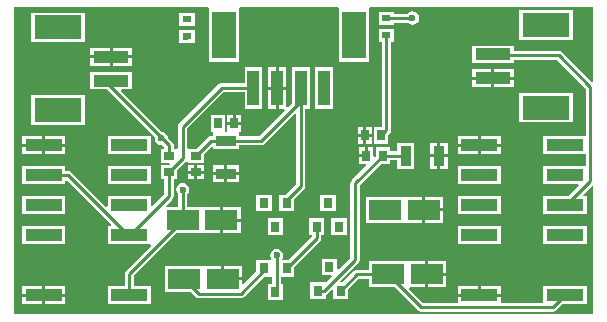
<source format=gtl>
G04*
G04 #@! TF.GenerationSoftware,Altium Limited,Altium Designer,19.0.12 (326)*
G04*
G04 Layer_Physical_Order=1*
G04 Layer_Color=255*
%FSLAX25Y25*%
%MOIN*%
G70*
G01*
G75*
%ADD15C,0.01000*%
%ADD29R,0.03150X0.02362*%
%ADD30R,0.15748X0.07874*%
%ADD31R,0.11811X0.03937*%
%ADD32R,0.02756X0.03543*%
%ADD33R,0.12441X0.03937*%
%ADD34R,0.03740X0.06693*%
%ADD35R,0.11024X0.06693*%
%ADD36R,0.03150X0.03543*%
%ADD37R,0.03543X0.02756*%
%ADD38R,0.03937X0.11811*%
%ADD39R,0.07874X0.15748*%
%ADD40R,0.06693X0.03740*%
%ADD41C,0.02362*%
G36*
X535433Y306100D02*
X534971Y305908D01*
X525144Y315735D01*
X524648Y316067D01*
X524063Y316183D01*
X508874D01*
Y317929D01*
X495062D01*
Y311992D01*
X508874D01*
Y313124D01*
X523429D01*
X532971Y303583D01*
Y287685D01*
X518780D01*
Y281748D01*
X532971D01*
Y277685D01*
X518780D01*
Y271748D01*
X530526D01*
X530717Y271286D01*
X527116Y267685D01*
X518780D01*
Y261748D01*
X533220D01*
Y267685D01*
X532095D01*
X531904Y268147D01*
X534971Y271215D01*
X535433Y271023D01*
Y228346D01*
X342520D01*
Y330709D01*
X407095D01*
X407409Y330339D01*
X407409Y330209D01*
Y312591D01*
X417283D01*
Y330209D01*
X417283Y330339D01*
X417596Y330709D01*
X450403D01*
X450717Y330339D01*
X450717Y330209D01*
Y312591D01*
X460591D01*
Y330209D01*
X460591Y330339D01*
X460905Y330709D01*
X535433D01*
Y306100D01*
D02*
G37*
%LPC*%
G36*
X475146Y329295D02*
X474295Y329125D01*
X473573Y328643D01*
X473544Y328600D01*
X469075D01*
Y329252D01*
X463925D01*
Y324890D01*
X469075D01*
Y325541D01*
X473544D01*
X473573Y325498D01*
X474295Y325016D01*
X475146Y324847D01*
X475997Y325016D01*
X476718Y325498D01*
X477200Y326220D01*
X477369Y327071D01*
X477200Y327922D01*
X476718Y328643D01*
X475997Y329125D01*
X475146Y329295D01*
D02*
G37*
G36*
X399606Y328940D02*
X399392Y328898D01*
X397425D01*
Y326931D01*
X397382Y326716D01*
X397425Y326502D01*
Y324535D01*
X399392D01*
X399606Y324493D01*
X399821Y324535D01*
X402575D01*
Y328898D01*
X399821D01*
X399606Y328940D01*
D02*
G37*
G36*
X528559Y329741D02*
X510811D01*
Y319867D01*
X528559D01*
Y329741D01*
D02*
G37*
G36*
X365874Y328937D02*
X348126D01*
Y319063D01*
X365874D01*
Y328937D01*
D02*
G37*
G36*
X402575Y323189D02*
X397425D01*
Y321081D01*
X397382Y320866D01*
X397425Y320651D01*
Y318827D01*
X398733D01*
X398755Y318812D01*
X399606Y318642D01*
X400457Y318812D01*
X400480Y318827D01*
X402575D01*
Y323189D01*
D02*
G37*
G36*
X381623Y317126D02*
X375217D01*
Y314657D01*
X381623D01*
Y317126D01*
D02*
G37*
G36*
X374217D02*
X367811D01*
Y314657D01*
X374217D01*
Y317126D01*
D02*
G37*
G36*
X381623Y313657D02*
X375217D01*
Y311189D01*
X381623D01*
Y313657D01*
D02*
G37*
G36*
X374217D02*
X367811D01*
Y311189D01*
X374217D01*
Y313657D01*
D02*
G37*
G36*
X508874Y310055D02*
X502468D01*
Y307587D01*
X508874D01*
Y310055D01*
D02*
G37*
G36*
X501468D02*
X495062D01*
Y307587D01*
X501468D01*
Y310055D01*
D02*
G37*
G36*
X433032Y310653D02*
X430563D01*
Y304247D01*
X433032D01*
Y310653D01*
D02*
G37*
G36*
X429563D02*
X427095D01*
Y304247D01*
X429563D01*
Y310653D01*
D02*
G37*
G36*
X508874Y306587D02*
X502468D01*
Y304118D01*
X508874D01*
Y306587D01*
D02*
G37*
G36*
X501468D02*
X495062D01*
Y304118D01*
X501468D01*
Y306587D01*
D02*
G37*
G36*
X440906Y310653D02*
X434969D01*
Y298694D01*
X433532Y297257D01*
X433032Y297464D01*
Y303247D01*
X430563D01*
Y296842D01*
X432409D01*
X432616Y296342D01*
X424032Y287758D01*
X417700D01*
X417346Y288111D01*
X417346Y289098D01*
X417773Y289276D01*
X418134D01*
Y291547D01*
X415756D01*
X413378D01*
X413378Y289452D01*
X413000Y289237D01*
X412622Y289452D01*
Y292148D01*
X412657Y292323D01*
X412622Y292498D01*
Y294819D01*
X407866D01*
Y289276D01*
X408227D01*
X408653Y289098D01*
X408653Y288776D01*
Y287758D01*
X408012D01*
X407427Y287641D01*
X406930Y287310D01*
X403215Y283594D01*
X400228Y283594D01*
X400132Y284054D01*
Y290288D01*
X412252Y302408D01*
X419220D01*
Y296842D01*
X425157D01*
Y310653D01*
X419220D01*
Y305466D01*
X411618D01*
X411033Y305350D01*
X410537Y305018D01*
X397521Y292003D01*
X397189Y291507D01*
X397073Y290921D01*
Y283970D01*
X396772Y283594D01*
X395529D01*
Y284717D01*
X395413Y285302D01*
X395081Y285798D01*
X393685Y287194D01*
X393555Y287851D01*
X393073Y288573D01*
X392351Y289055D01*
X391694Y289185D01*
X378027Y302853D01*
X378218Y303314D01*
X381623D01*
Y309251D01*
X367811D01*
Y303314D01*
X373239D01*
X389322Y287231D01*
X389276Y287000D01*
X389445Y286149D01*
X389928Y285427D01*
X390649Y284945D01*
X391500Y284776D01*
X391731Y284822D01*
X392459Y284095D01*
X392443Y283594D01*
X391228D01*
Y278839D01*
X394163D01*
X394373Y278362D01*
X394150Y278083D01*
X391228D01*
Y273327D01*
X392471D01*
Y268288D01*
X388434Y264251D01*
X387972Y264443D01*
Y267685D01*
X375179D01*
X375031Y267714D01*
X374884Y267685D01*
X373532D01*
Y266333D01*
X373502Y266185D01*
X373532Y266037D01*
Y264443D01*
X373070Y264251D01*
X361523Y275798D01*
X361027Y276130D01*
X360442Y276246D01*
X359469D01*
Y277685D01*
X345028D01*
Y271748D01*
X359469D01*
Y272820D01*
X359968Y273027D01*
X374848Y258147D01*
X374657Y257685D01*
X373532D01*
Y251748D01*
X387528D01*
X387764Y251748D01*
X387971Y251248D01*
X379671Y242948D01*
X379339Y242451D01*
X379223Y241866D01*
Y237685D01*
X373532D01*
Y231748D01*
X387972D01*
Y237685D01*
X382281D01*
Y241233D01*
X396419Y255370D01*
X410898D01*
Y259717D01*
Y264063D01*
X400132D01*
Y268296D01*
X400175Y268325D01*
X400657Y269047D01*
X400826Y269898D01*
X400657Y270749D01*
X400175Y271470D01*
X399453Y271952D01*
X398602Y272122D01*
X397751Y271952D01*
X397030Y271470D01*
X396548Y270749D01*
X396378Y269898D01*
X396548Y269047D01*
X397030Y268325D01*
X397073Y268296D01*
Y264063D01*
X393225D01*
X393034Y264525D01*
X395081Y266573D01*
X395413Y267069D01*
X395529Y267654D01*
Y273327D01*
X396772D01*
Y276313D01*
X399684Y279226D01*
X399728Y279292D01*
X400228Y279141D01*
Y278839D01*
X405772D01*
Y281825D01*
X408153Y284207D01*
X408653Y284000D01*
Y283358D01*
X417346D01*
Y284699D01*
X424665D01*
X425251Y284815D01*
X425747Y285147D01*
X435946Y295346D01*
X436408Y295154D01*
Y271767D01*
X432849Y268209D01*
X430665D01*
Y262665D01*
X435815D01*
Y266849D01*
X439018Y270052D01*
X439350Y270549D01*
X439466Y271134D01*
Y296842D01*
X440906D01*
Y310653D01*
D02*
G37*
G36*
X448779D02*
X442842D01*
Y296842D01*
X448779D01*
Y310653D01*
D02*
G37*
G36*
X429563Y303247D02*
X427095D01*
Y296842D01*
X429563D01*
Y303247D01*
D02*
G37*
G36*
X418134Y294819D02*
X416256D01*
Y292547D01*
X418134D01*
Y294819D01*
D02*
G37*
G36*
X415256D02*
X413378D01*
Y292547D01*
X415256D01*
Y294819D01*
D02*
G37*
G36*
X528559Y302181D02*
X510811D01*
Y292307D01*
X528559D01*
Y302181D01*
D02*
G37*
G36*
X365874Y301377D02*
X348126D01*
Y291503D01*
X365874D01*
Y301377D01*
D02*
G37*
G36*
X461622Y290772D02*
X459744D01*
Y288500D01*
X461622D01*
Y290772D01*
D02*
G37*
G36*
X458744D02*
X456866D01*
Y288500D01*
X458744D01*
Y290772D01*
D02*
G37*
G36*
X469075Y323543D02*
X463925D01*
Y319181D01*
X464971D01*
Y290772D01*
X462378D01*
Y285228D01*
X467134D01*
Y288215D01*
X467582Y288663D01*
X467913Y289159D01*
X468029Y289744D01*
Y319181D01*
X469075D01*
Y323543D01*
D02*
G37*
G36*
X461622Y287500D02*
X459744D01*
Y285228D01*
X461622D01*
Y287500D01*
D02*
G37*
G36*
X458744D02*
X456866D01*
Y285228D01*
X458744D01*
Y287500D01*
D02*
G37*
G36*
X359469Y287685D02*
X352748D01*
Y285216D01*
X359469D01*
Y287685D01*
D02*
G37*
G36*
X351748D02*
X345028D01*
Y285216D01*
X351748D01*
Y287685D01*
D02*
G37*
G36*
X504716D02*
X497996D01*
Y285216D01*
X504716D01*
Y287685D01*
D02*
G37*
G36*
X496996D02*
X490276D01*
Y285216D01*
X496996D01*
Y287685D01*
D02*
G37*
G36*
X475858Y285563D02*
X470118D01*
Y282746D01*
X467634D01*
Y283988D01*
X462878D01*
Y281067D01*
X462599Y280843D01*
X462122Y281053D01*
Y283988D01*
X460244D01*
Y281217D01*
X459744D01*
Y280717D01*
X457366D01*
Y278445D01*
X459668D01*
X459859Y277983D01*
X454919Y273042D01*
X454587Y272546D01*
X454471Y271961D01*
Y247141D01*
X450537Y243207D01*
X450075Y243398D01*
Y246925D01*
X444925D01*
Y241382D01*
X448059D01*
X448250Y240920D01*
X446686Y239356D01*
X446335Y239051D01*
Y239051D01*
X446335Y239051D01*
X441185D01*
Y233508D01*
X446335D01*
Y234862D01*
X446358Y234867D01*
X446854Y235198D01*
X448203Y236548D01*
X448665Y236356D01*
Y233508D01*
X453815D01*
Y236691D01*
X457311Y240187D01*
X460591D01*
Y237370D01*
X469286D01*
X477021Y229635D01*
X477517Y229304D01*
X478102Y229187D01*
X522000D01*
X522585Y229304D01*
X523081Y229635D01*
X525194Y231748D01*
X533220D01*
Y237685D01*
X518780D01*
Y232246D01*
X504716D01*
Y234216D01*
X497496D01*
X490276D01*
Y232246D01*
X478736D01*
X474074Y236908D01*
X474265Y237370D01*
X479398D01*
Y241717D01*
Y246063D01*
X460591D01*
Y243246D01*
X456677D01*
X456092Y243129D01*
X455596Y242798D01*
X451849Y239051D01*
X451360D01*
X451169Y239513D01*
X457081Y245426D01*
X457413Y245922D01*
X457529Y246507D01*
Y271327D01*
X464647Y278445D01*
X467634D01*
Y279687D01*
X470118D01*
Y276870D01*
X475858D01*
Y285563D01*
D02*
G37*
G36*
X504716Y284216D02*
X497996D01*
Y281748D01*
X504716D01*
Y284216D01*
D02*
G37*
G36*
X496996D02*
X490276D01*
Y281748D01*
X496996D01*
Y284216D01*
D02*
G37*
G36*
X387972Y287685D02*
X373532D01*
Y281748D01*
X387972D01*
Y287685D01*
D02*
G37*
G36*
X359469Y284216D02*
X352748D01*
Y281748D01*
X359469D01*
Y284216D01*
D02*
G37*
G36*
X351748D02*
X345028D01*
Y281748D01*
X351748D01*
Y284216D01*
D02*
G37*
G36*
X459244Y283988D02*
X457366D01*
Y281717D01*
X459244D01*
Y283988D01*
D02*
G37*
G36*
X486882Y285563D02*
X484512D01*
Y281716D01*
X486882D01*
Y285563D01*
D02*
G37*
G36*
X483512D02*
X481142D01*
Y281716D01*
X483512D01*
Y285563D01*
D02*
G37*
G36*
X486882Y280716D02*
X484512D01*
Y276870D01*
X486882D01*
Y280716D01*
D02*
G37*
G36*
X483512D02*
X481142D01*
Y276870D01*
X483512D01*
Y280716D01*
D02*
G37*
G36*
X405772Y278083D02*
X403500D01*
Y276205D01*
X405772D01*
Y278083D01*
D02*
G37*
G36*
X402500D02*
X400228D01*
Y276205D01*
X402500D01*
Y278083D01*
D02*
G37*
G36*
X417346Y278075D02*
X413500D01*
Y275705D01*
X417346D01*
Y278075D01*
D02*
G37*
G36*
X412500D02*
X408653D01*
Y275705D01*
X412500D01*
Y278075D01*
D02*
G37*
G36*
X405772Y275205D02*
X403500D01*
Y273327D01*
X405772D01*
Y275205D01*
D02*
G37*
G36*
X402500D02*
X400228D01*
Y273327D01*
X402500D01*
Y275205D01*
D02*
G37*
G36*
X417346Y274705D02*
X413500D01*
Y272335D01*
X417346D01*
Y274705D01*
D02*
G37*
G36*
X412500D02*
X408653D01*
Y272335D01*
X412500D01*
Y274705D01*
D02*
G37*
G36*
X504716Y277685D02*
X490276D01*
Y271748D01*
X504716D01*
Y277685D01*
D02*
G37*
G36*
X387972D02*
X373532D01*
Y271748D01*
X387972D01*
Y277685D01*
D02*
G37*
G36*
X485409Y267563D02*
X479398D01*
Y263717D01*
X485409D01*
Y267563D01*
D02*
G37*
G36*
X449575Y268209D02*
X444425D01*
Y262665D01*
X449575D01*
Y268209D01*
D02*
G37*
G36*
X428335D02*
X423185D01*
Y262665D01*
X428335D01*
Y268209D01*
D02*
G37*
G36*
X504716Y267685D02*
X490276D01*
Y261748D01*
X504716D01*
Y267685D01*
D02*
G37*
G36*
X359469D02*
X345028D01*
Y261748D01*
X359469D01*
Y267685D01*
D02*
G37*
G36*
X417909Y264063D02*
X411898D01*
Y260216D01*
X417909D01*
Y264063D01*
D02*
G37*
G36*
X485409Y262717D02*
X479398D01*
Y258870D01*
X485409D01*
Y262717D01*
D02*
G37*
G36*
X478398Y267563D02*
X459590D01*
Y258870D01*
X478398D01*
Y263216D01*
Y267563D01*
D02*
G37*
G36*
X417909Y259216D02*
X411898D01*
Y255370D01*
X417909D01*
Y259216D01*
D02*
G37*
G36*
X453315Y260335D02*
X448165D01*
Y254791D01*
X453315D01*
Y260335D01*
D02*
G37*
G36*
X432075D02*
X426925D01*
Y254791D01*
X432075D01*
Y260335D01*
D02*
G37*
G36*
X533220Y257685D02*
X518780D01*
Y251748D01*
X533220D01*
Y257685D01*
D02*
G37*
G36*
X504716D02*
X490276D01*
Y251748D01*
X504716D01*
Y257685D01*
D02*
G37*
G36*
X359469D02*
X345028D01*
Y251748D01*
X359469D01*
Y257685D01*
D02*
G37*
G36*
X445835Y260335D02*
X440685D01*
Y254791D01*
X441693D01*
X441715Y254291D01*
X433849Y246425D01*
X432072D01*
X431805Y246925D01*
X431976Y247181D01*
X432145Y248031D01*
X431976Y248883D01*
X431494Y249604D01*
X430772Y250086D01*
X429921Y250255D01*
X429070Y250086D01*
X428349Y249604D01*
X427867Y248883D01*
X427697Y248031D01*
X427867Y247181D01*
X428037Y246925D01*
X427770Y246425D01*
X423185D01*
Y242687D01*
X418871Y238374D01*
X418409Y238565D01*
Y239717D01*
X411898D01*
Y240216D01*
X411398D01*
Y244563D01*
X392590D01*
Y235870D01*
X401286D01*
X403021Y234135D01*
X403517Y233804D01*
X404102Y233687D01*
X417877D01*
X418463Y233804D01*
X418959Y234135D01*
X425705Y240882D01*
X428335Y240882D01*
X428392Y240406D01*
Y238551D01*
X426925D01*
Y233008D01*
X432075D01*
Y238551D01*
X431451D01*
Y240882D01*
X435815D01*
Y244065D01*
X444341Y252592D01*
X444673Y253088D01*
X444789Y253673D01*
Y254791D01*
X445835D01*
Y260335D01*
D02*
G37*
G36*
X486410Y246063D02*
X480398D01*
Y242216D01*
X486410D01*
Y246063D01*
D02*
G37*
G36*
X418409Y244563D02*
X412398D01*
Y240717D01*
X418409D01*
Y244563D01*
D02*
G37*
G36*
X486410Y241216D02*
X480398D01*
Y237370D01*
X486410D01*
Y241216D01*
D02*
G37*
G36*
X359469Y237685D02*
X352748D01*
Y235216D01*
X359469D01*
Y237685D01*
D02*
G37*
G36*
X351748D02*
X345028D01*
Y235216D01*
X351748D01*
Y237685D01*
D02*
G37*
G36*
X504716D02*
X497996D01*
Y235216D01*
X504716D01*
Y237685D01*
D02*
G37*
G36*
X496996D02*
X490276D01*
Y235216D01*
X496996D01*
Y237685D01*
D02*
G37*
G36*
X359469Y234216D02*
X352748D01*
Y231748D01*
X359469D01*
Y234216D01*
D02*
G37*
G36*
X351748D02*
X345028D01*
Y231748D01*
X351748D01*
Y234216D01*
D02*
G37*
%LPD*%
D15*
X497780Y275000D02*
X497898Y274882D01*
X447364Y244289D02*
X447638D01*
X411618Y303937D02*
X422378D01*
X398602Y290921D02*
X411618Y303937D01*
X398602Y280307D02*
Y290921D01*
X394000Y275705D02*
X398602Y280307D01*
X450787Y257480D02*
Y257516D01*
X450740Y257563D02*
X450787Y257516D01*
X456000Y246507D02*
Y271961D01*
X465256Y281217D01*
X445772Y236280D02*
X456000Y246507D01*
X429921Y236201D02*
Y248031D01*
X433240Y243653D02*
X443260Y253673D01*
X377001Y264764D02*
X380906D01*
X422378Y303937D02*
X422441D01*
X422189Y303748D02*
X422378Y303937D01*
X447364Y244289D02*
X447500Y244153D01*
X447000Y265437D02*
X447638Y264799D01*
X429500Y235780D02*
X429921Y236201D01*
X380906Y284449D02*
Y284563D01*
X380752Y284717D02*
X380906Y284563D01*
X352295Y264764D02*
X352362D01*
X352248Y264717D02*
X352295Y264764D01*
X399606Y326716D02*
X400000D01*
X472988Y281217D02*
X473716D01*
X445811Y303748D02*
X445866D01*
X473425Y281496D02*
X473437D01*
X473716Y281217D01*
X525732Y284449D02*
X526000Y284717D01*
X521654Y284449D02*
X525732D01*
X534500Y272906D02*
Y304217D01*
X526310Y264717D02*
X534500Y272906D01*
X526000Y264717D02*
X526310D01*
X524063Y314653D02*
X534500Y304217D01*
X525000Y255000D02*
X525716D01*
X526000Y254716D01*
X497496Y264717D02*
X501500D01*
X497898Y274882D02*
X500000D01*
X497496Y274716D02*
X497780Y275000D01*
X375031Y266185D02*
X376500Y264717D01*
X380752D01*
X391608Y287108D02*
X394000Y284717D01*
X372217Y306500D02*
X391608Y287108D01*
X381062Y254716D02*
X394000Y267654D01*
X380752Y254716D02*
X381062D01*
X394000Y267654D02*
Y275705D01*
X398602Y259717D02*
Y269898D01*
X443760Y236280D02*
X445772D01*
X443260Y253673D02*
Y257563D01*
X437937Y299500D02*
Y303748D01*
Y271134D02*
Y299500D01*
X432240Y265437D02*
X437937Y271134D01*
X466500Y327071D02*
X475146D01*
X424665Y286228D02*
X437937Y299500D01*
X413000Y286228D02*
X424665D01*
X464756Y288000D02*
X466500Y289744D01*
Y321362D01*
X380442Y254716D02*
X380752D01*
X360442Y274716D02*
X380442Y254716D01*
X352248Y274716D02*
X360442D01*
X472988Y281217D02*
X472988Y281217D01*
X465256Y281217D02*
X472988D01*
X522000Y230716D02*
X526000Y234717D01*
X478102Y230716D02*
X522000D01*
X467102Y241717D02*
X478102Y230716D01*
X403000Y281217D02*
X408012Y286228D01*
X413000D01*
X394000Y281217D02*
Y284717D01*
X380752Y234717D02*
Y241866D01*
X398602Y259717D01*
X425760Y243099D02*
Y243653D01*
X417877Y235216D02*
X425760Y243099D01*
X404102Y235216D02*
X417877D01*
X399102Y240216D02*
X404102Y235216D01*
X451240Y236280D02*
X456677Y241717D01*
X467102D01*
X505531Y314653D02*
X524063D01*
D29*
X400000Y326716D02*
D03*
Y321008D02*
D03*
X466500Y321362D02*
D03*
Y327071D02*
D03*
D30*
X357000Y324000D02*
D03*
Y296440D02*
D03*
X519685Y297244D02*
D03*
Y324804D02*
D03*
D31*
X374717Y306283D02*
D03*
Y314157D02*
D03*
X501968Y314961D02*
D03*
Y307087D02*
D03*
D32*
X415756Y292047D02*
D03*
X410244D02*
D03*
X459244Y288000D02*
D03*
X464756D02*
D03*
X459744Y281217D02*
D03*
X465256D02*
D03*
D33*
X526000Y284717D02*
D03*
Y274716D02*
D03*
Y264717D02*
D03*
Y254716D02*
D03*
Y234717D02*
D03*
X497496Y284717D02*
D03*
Y274716D02*
D03*
Y264717D02*
D03*
Y254716D02*
D03*
Y234717D02*
D03*
X380752Y284717D02*
D03*
Y274716D02*
D03*
Y264717D02*
D03*
Y254716D02*
D03*
Y234717D02*
D03*
X352248Y284717D02*
D03*
Y274716D02*
D03*
Y264717D02*
D03*
Y254716D02*
D03*
Y234717D02*
D03*
D34*
X472988Y281217D02*
D03*
X484012D02*
D03*
D35*
X466102Y263216D02*
D03*
X478898D02*
D03*
X467102Y241717D02*
D03*
X479898D02*
D03*
X398602Y259717D02*
D03*
X411398D02*
D03*
X399102Y240216D02*
D03*
X411898D02*
D03*
D36*
X443760Y236280D02*
D03*
X451240D02*
D03*
X447500Y244153D02*
D03*
X443260Y257563D02*
D03*
X450740D02*
D03*
X447000Y265437D02*
D03*
X433240Y243653D02*
D03*
X425760D02*
D03*
X429500Y235780D02*
D03*
X433240Y265437D02*
D03*
X425760D02*
D03*
X429500Y257563D02*
D03*
D37*
X403000Y275705D02*
D03*
Y281217D02*
D03*
X394000Y275705D02*
D03*
Y281217D02*
D03*
D38*
X445811Y303748D02*
D03*
X437937D02*
D03*
X422189D02*
D03*
X430063D02*
D03*
D39*
X455654Y321464D02*
D03*
X412346D02*
D03*
D40*
X413000Y286228D02*
D03*
Y275205D02*
D03*
D41*
X465748Y263386D02*
D03*
X450787Y257480D02*
D03*
X447000Y265437D02*
D03*
X429921Y248031D02*
D03*
X433240Y243653D02*
D03*
X429528Y257480D02*
D03*
X422441Y303937D02*
D03*
X447638Y244289D02*
D03*
X425591Y265354D02*
D03*
X399102Y240158D02*
D03*
X380906Y284449D02*
D03*
Y264764D02*
D03*
X352362D02*
D03*
X399606Y326716D02*
D03*
Y320866D02*
D03*
X410433Y292323D02*
D03*
X445866Y303748D02*
D03*
X473425Y281496D02*
D03*
X521654Y284449D02*
D03*
X525000Y255000D02*
D03*
X501500Y264717D02*
D03*
X500000Y274882D02*
D03*
X391500Y287000D02*
D03*
X398602Y269898D02*
D03*
X475146Y327071D02*
D03*
M02*

</source>
